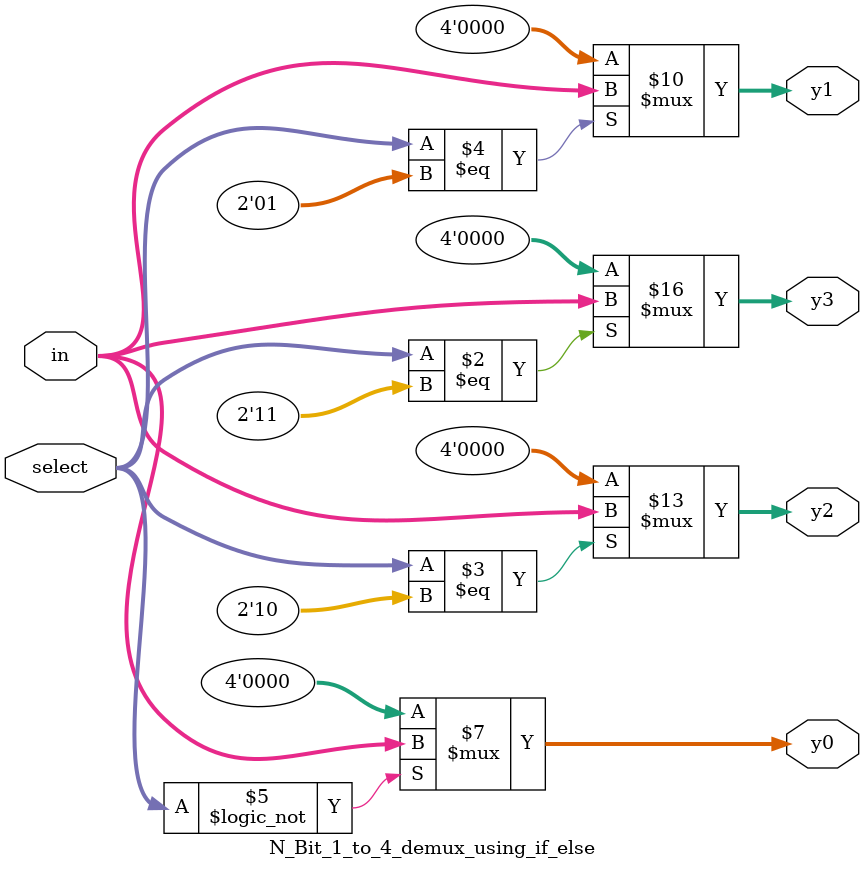
<source format=v>
`timescale 1ns / 1ps

module N_Bit_1_to_4_demux_using_if_else #(
    parameter N = 4 // Default width is 4 bits
)(
    input [1:0] select,     // 2-bit select signal
    input [N-1:0] in,       // N-bit input
    output reg [N-1:0] y3,  // N-bit output 3
    output reg [N-1:0] y2,  // N-bit output 2
    output reg [N-1:0] y1,  // N-bit output 1
    output reg [N-1:0] y0   // N-bit output 0
);

always @(*) begin 
    if (select == 3) y3 = in; else y3 = {N{1'b0}}; 
    if (select == 2) y2 = in; else y2 = {N{1'b0}}; 
    if (select == 1) y1 = in; else y1 = {N{1'b0}}; 
    if (select == 0) y0 = in; else y0 = {N{1'b0}};
end 
//for avoiding latch, "else if" is not used

endmodule

</source>
